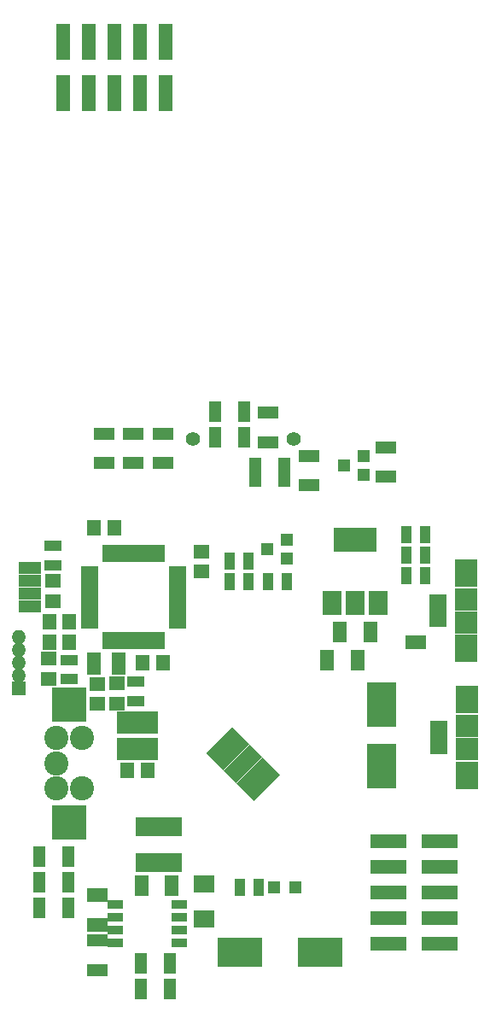
<source format=gts>
G04 #@! TF.FileFunction,Soldermask,Top*
%FSLAX46Y46*%
G04 Gerber Fmt 4.6, Leading zero omitted, Abs format (unit mm)*
G04 Created by KiCad (PCBNEW 4.0.7-e2-6376~58~ubuntu17.04.1) date Sat May  5 16:48:04 2018*
%MOMM*%
%LPD*%
G01*
G04 APERTURE LIST*
%ADD10C,0.100000*%
%ADD11C,2.400000*%
%ADD12R,3.400000X3.400000*%
%ADD13C,1.400000*%
%ADD14R,1.300000X2.100000*%
%ADD15R,2.100000X1.300000*%
%ADD16R,1.400000X3.550000*%
%ADD17R,1.300000X1.200000*%
%ADD18R,1.300000X2.900000*%
%ADD19R,2.000000X1.400000*%
%ADD20R,1.400000X2.000000*%
%ADD21R,2.100000X1.700000*%
%ADD22R,4.600000X1.900000*%
%ADD23R,1.543000X0.908000*%
%ADD24R,1.650000X1.400000*%
%ADD25R,2.900000X4.400000*%
%ADD26R,4.400000X2.900000*%
%ADD27R,1.400000X1.650000*%
%ADD28R,1.200000X1.300000*%
%ADD29R,1.100000X1.400000*%
%ADD30R,3.550000X1.400000*%
%ADD31R,1.400000X1.400000*%
%ADD32O,1.400000X1.400000*%
%ADD33R,1.700000X1.100000*%
%ADD34R,1.100000X1.700000*%
%ADD35R,4.200000X2.400000*%
%ADD36R,1.900000X2.400000*%
%ADD37R,0.650000X1.700000*%
%ADD38R,1.700000X0.650000*%
%ADD39R,2.300000X2.700000*%
%ADD40R,2.300000X2.200000*%
%ADD41R,1.800000X0.800000*%
%ADD42R,2.200000X1.200000*%
%ADD43R,2.000000X2.200000*%
%ADD44R,1.400000X2.200000*%
G04 APERTURE END LIST*
D10*
D11*
X106500000Y-123000000D03*
X106500000Y-125500000D03*
X106500000Y-120500000D03*
D12*
X107750000Y-128850000D03*
X107750000Y-117150000D03*
D11*
X109000000Y-125500000D03*
X109000000Y-120500000D03*
D13*
X124305025Y-123719238D03*
X125719239Y-122305025D03*
X125012132Y-123012131D03*
D10*
G36*
X126921320Y-122305024D02*
X124305025Y-124921319D01*
X123102944Y-123719238D01*
X125719239Y-121102943D01*
X126921320Y-122305024D01*
X126921320Y-122305024D01*
G37*
G36*
X128689088Y-124072792D02*
X126072793Y-126689087D01*
X124375736Y-124992030D01*
X126992031Y-122375735D01*
X128689088Y-124072792D01*
X128689088Y-124072792D01*
G37*
G36*
X125648528Y-121032232D02*
X123032233Y-123648527D01*
X121335176Y-121951470D01*
X123951471Y-119335175D01*
X125648528Y-121032232D01*
X125648528Y-121032232D01*
G37*
D14*
X122240000Y-88158000D03*
X125140000Y-88158000D03*
X122240000Y-90698000D03*
X125140000Y-90698000D03*
D15*
X131511000Y-92497000D03*
X131511000Y-95397000D03*
X127447000Y-91132000D03*
X127447000Y-88232000D03*
D16*
X117287000Y-51485000D03*
X117287000Y-56535000D03*
X114747000Y-51485000D03*
X114747000Y-56535000D03*
X112207000Y-51485000D03*
X112207000Y-56535000D03*
X109667000Y-51485000D03*
X109667000Y-56535000D03*
X107127000Y-51485000D03*
X107127000Y-56535000D03*
D17*
X137000000Y-94400000D03*
X137000000Y-92500000D03*
X135000000Y-93450000D03*
D15*
X117033000Y-90338000D03*
X117033000Y-93238000D03*
X114112000Y-90317000D03*
X114112000Y-93217000D03*
X111191000Y-90338000D03*
X111191000Y-93238000D03*
D18*
X126198000Y-94127000D03*
X129098000Y-94127000D03*
D15*
X139184000Y-94586000D03*
X139184000Y-91686000D03*
D19*
X110577000Y-136042000D03*
X110577000Y-139042000D03*
D20*
X117930000Y-135074000D03*
X114930000Y-135074000D03*
D21*
X121105000Y-134947000D03*
X121105000Y-138447000D03*
D22*
X116660000Y-132832000D03*
X116660000Y-129232000D03*
D15*
X110577000Y-140566000D03*
X110577000Y-143466000D03*
D14*
X117782000Y-142821000D03*
X114882000Y-142821000D03*
X117782000Y-145361000D03*
X114882000Y-145361000D03*
D23*
X118692000Y-136979000D03*
X118692000Y-138249000D03*
X118692000Y-139519000D03*
X118692000Y-140789000D03*
X112342000Y-140789000D03*
X112342000Y-139519000D03*
X112342000Y-138249000D03*
X112342000Y-136979000D03*
D24*
X106132000Y-104879000D03*
X106132000Y-106879000D03*
D25*
X138771000Y-123296000D03*
X138771000Y-117196000D03*
D20*
X137628000Y-109959000D03*
X134628000Y-109959000D03*
D24*
X105751000Y-112626000D03*
X105751000Y-114626000D03*
D26*
X124675000Y-141709000D03*
X132675000Y-141709000D03*
D20*
X136358000Y-112753000D03*
X133358000Y-112753000D03*
D27*
X107783000Y-110975000D03*
X105783000Y-110975000D03*
X117022000Y-113007000D03*
X115022000Y-113007000D03*
X110228000Y-99672000D03*
X112228000Y-99672000D03*
X107783000Y-108943000D03*
X105783000Y-108943000D03*
D24*
X120864000Y-101990000D03*
X120864000Y-103990000D03*
X110520000Y-115090000D03*
X110520000Y-117090000D03*
X112510000Y-115050000D03*
X112510000Y-117050000D03*
D28*
X128100000Y-135300000D03*
X130200000Y-135300000D03*
D29*
X141649132Y-110947131D03*
X142665132Y-110947131D03*
D30*
X139406000Y-130713000D03*
X144456000Y-130713000D03*
X139406000Y-133253000D03*
X144456000Y-133253000D03*
X139406000Y-135793000D03*
X144456000Y-135793000D03*
X139406000Y-138333000D03*
X144456000Y-138333000D03*
X139406000Y-140873000D03*
X144456000Y-140873000D03*
D31*
X102750000Y-115540000D03*
D32*
X102750000Y-114270000D03*
X102750000Y-113000000D03*
X102750000Y-111730000D03*
X102750000Y-110460000D03*
D17*
X129373000Y-102715000D03*
X129373000Y-100815000D03*
X127373000Y-101765000D03*
D33*
X106132000Y-101455000D03*
X106132000Y-103355000D03*
D34*
X143084000Y-100307000D03*
X141184000Y-100307000D03*
X141184000Y-104371000D03*
X143084000Y-104371000D03*
X141189000Y-102339000D03*
X143089000Y-102339000D03*
D33*
X107750000Y-114650000D03*
X107750000Y-112750000D03*
D34*
X129373000Y-105006000D03*
X127473000Y-105006000D03*
X125558000Y-102974000D03*
X123658000Y-102974000D03*
X123658000Y-105006000D03*
X125558000Y-105006000D03*
X126550000Y-135300000D03*
X124650000Y-135300000D03*
D35*
X136104000Y-100815000D03*
D36*
X136104000Y-107115000D03*
X138404000Y-107115000D03*
X133804000Y-107115000D03*
D37*
X111379000Y-110848000D03*
X111879000Y-110848000D03*
X112379000Y-110848000D03*
X112879000Y-110848000D03*
X113379000Y-110848000D03*
X113879000Y-110848000D03*
X114379000Y-110848000D03*
X114879000Y-110848000D03*
X115379000Y-110848000D03*
X115879000Y-110848000D03*
X116379000Y-110848000D03*
X116879000Y-110848000D03*
D38*
X118479000Y-109248000D03*
X118479000Y-108748000D03*
X118479000Y-108248000D03*
X118479000Y-107748000D03*
X118479000Y-107248000D03*
X118479000Y-106748000D03*
X118479000Y-106248000D03*
X118479000Y-105748000D03*
X118479000Y-105248000D03*
X118479000Y-104748000D03*
X118479000Y-104248000D03*
X118479000Y-103748000D03*
D37*
X116879000Y-102148000D03*
X116379000Y-102148000D03*
X115879000Y-102148000D03*
X115379000Y-102148000D03*
X114879000Y-102148000D03*
X114379000Y-102148000D03*
X113879000Y-102148000D03*
X113379000Y-102148000D03*
X112879000Y-102148000D03*
X112379000Y-102148000D03*
X111879000Y-102148000D03*
X111379000Y-102148000D03*
D38*
X109779000Y-103748000D03*
X109779000Y-104248000D03*
X109779000Y-104748000D03*
X109779000Y-105248000D03*
X109779000Y-105748000D03*
X109779000Y-106248000D03*
X109779000Y-106748000D03*
X109779000Y-107248000D03*
X109779000Y-107748000D03*
X109779000Y-108248000D03*
X109779000Y-108748000D03*
X109779000Y-109248000D03*
D39*
X147153000Y-111610000D03*
X147153000Y-104110000D03*
D40*
X147153000Y-109010000D03*
X147153000Y-106710000D03*
D41*
X144303000Y-107860000D03*
X144303000Y-107210000D03*
X144303000Y-108510000D03*
X144303000Y-109160000D03*
X144303000Y-106560000D03*
D42*
X103846000Y-106149000D03*
X103846000Y-107419000D03*
X103846000Y-104879000D03*
X103846000Y-103609000D03*
D27*
X113498000Y-123675000D03*
X115498000Y-123675000D03*
D33*
X114387000Y-114917000D03*
X114387000Y-116817000D03*
D43*
X115514000Y-121546000D03*
X115514000Y-118946000D03*
X113514000Y-118946000D03*
X113514000Y-121546000D03*
D14*
X107696000Y-132207000D03*
X104796000Y-132207000D03*
X107696000Y-134747000D03*
X104796000Y-134747000D03*
X107696000Y-137287000D03*
X104796000Y-137287000D03*
D44*
X110200000Y-113130000D03*
X112700000Y-113130000D03*
D39*
X147219000Y-124190000D03*
X147219000Y-116690000D03*
D40*
X147219000Y-121590000D03*
X147219000Y-119290000D03*
D41*
X144369000Y-120440000D03*
X144369000Y-119790000D03*
X144369000Y-121090000D03*
X144369000Y-121740000D03*
X144369000Y-119140000D03*
D13*
X130004000Y-90805000D03*
X120004000Y-90805000D03*
M02*

</source>
